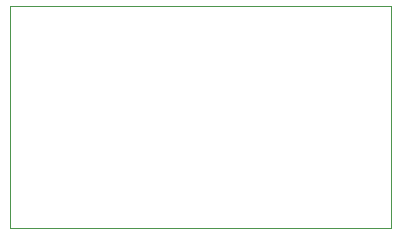
<source format=gbr>
G04 #@! TF.FileFunction,Profile,NP*
%FSLAX46Y46*%
G04 Gerber Fmt 4.6, Leading zero omitted, Abs format (unit mm)*
G04 Created by KiCad (PCBNEW 4.0.2-stable) date 28.06.2016 22:29:11*
%MOMM*%
G01*
G04 APERTURE LIST*
%ADD10C,0.100000*%
G04 APERTURE END LIST*
D10*
X143002000Y-101092000D02*
X175260000Y-101092000D01*
X143002000Y-119888000D02*
X143002000Y-101092000D01*
X175260000Y-119888000D02*
X143002000Y-119888000D01*
X175260000Y-101092000D02*
X175260000Y-119888000D01*
M02*

</source>
